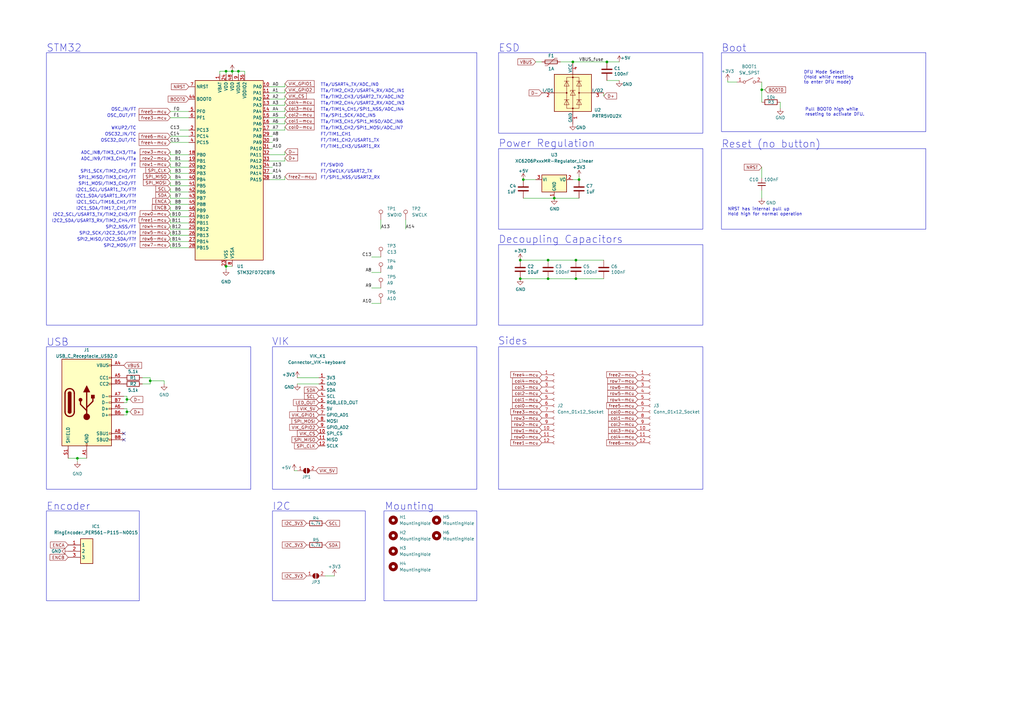
<source format=kicad_sch>
(kicad_sch (version 20231120) (generator "eeschema") (generator_version "8.0")
  (paper "A3")
  (lib_symbols
    (symbol "+5V_1" (power) (pin_names (offset 0))
      (property "Value" "+5V_1" (at 0 3.556 0))
      (symbol "+5V_1_1_1"
        (pin power_in line (at 0 0 90) (length 0) hide (name "+5V") (number "1"))
      )
    )
    (symbol "Connector:Conn_01x12_Socket" (pin_names (offset 1.016) hide)
      (property "Reference" "J" (at 0 15.24 0))
      (property "Value" "Conn_01x12_Socket" (at 0 -17.78 0))
      (symbol "Conn_01x12_Socket_1_1"
        (pin passive line (at -5.08 12.7 0) (length 3.81) (name "Pin_1") (number "1"))
        (pin passive line (at -5.08 -10.16 0) (length 3.81) (name "Pin_10") (number "10"))
        (pin passive line (at -5.08 -12.7 0) (length 3.81) (name "Pin_11") (number "11"))
        (pin passive line (at -5.08 -15.24 0) (length 3.81) (name "Pin_12") (number "12"))
        (pin passive line (at -5.08 10.16 0) (length 3.81) (name "Pin_2") (number "2"))
        (pin passive line (at -5.08 7.62 0) (length 3.81) (name "Pin_3") (number "3"))
        (pin passive line (at -5.08 5.08 0) (length 3.81) (name "Pin_4") (number "4"))
        (pin passive line (at -5.08 2.54 0) (length 3.81) (name "Pin_5") (number "5"))
        (pin passive line (at -5.08 0 0) (length 3.81) (name "Pin_6") (number "6"))
        (pin passive line (at -5.08 -2.54 0) (length 3.81) (name "Pin_7") (number "7"))
        (pin passive line (at -5.08 -5.08 0) (length 3.81) (name "Pin_8") (number "8"))
        (pin passive line (at -5.08 -7.62 0) (length 3.81) (name "Pin_9") (number "9"))
      )
    )
    (symbol "Connector:TestPoint" (pin_numbers hide) (pin_names (offset 0.762) hide)
      (property "Reference" "TP" (at 0 6.858 0))
      (property "Value" "TestPoint" (at 0 5.08 0))
      (symbol "TestPoint_1_1"
        (pin passive line (at 0 0 90) (length 2.54) (name "1") (number "1"))
      )
    )
    (symbol "Connector:USB_C_Receptacle_USB2.0" (pin_names (offset 1.016))
      (property "Reference" "J" (at -10.16 19.05 0))
      (property "Value" "USB_C_Receptacle_USB2.0" (at 19.05 19.05 0))
      (symbol "USB_C_Receptacle_USB2.0_1_1"
        (pin passive line (at 0 -22.86 90) (length 5.08) (name "GND") (number "A1"))
        (pin passive line (at 0 -22.86 90) (length 5.08) hide (name "GND") (number "A12"))
        (pin passive line (at 15.24 15.24 180) (length 5.08) (name "VBUS") (number "A4"))
        (pin bidirectional line (at 15.24 10.16 180) (length 5.08) (name "CC1") (number "A5"))
        (pin bidirectional line (at 15.24 -2.54 180) (length 5.08) (name "D+") (number "A6"))
        (pin bidirectional line (at 15.24 2.54 180) (length 5.08) (name "D-") (number "A7"))
        (pin bidirectional line (at 15.24 -12.7 180) (length 5.08) (name "SBU1") (number "A8"))
        (pin passive line (at 15.24 15.24 180) (length 5.08) hide (name "VBUS") (number "A9"))
        (pin passive line (at 0 -22.86 90) (length 5.08) hide (name "GND") (number "B1"))
        (pin passive line (at 0 -22.86 90) (length 5.08) hide (name "GND") (number "B12"))
        (pin passive line (at 15.24 15.24 180) (length 5.08) hide (name "VBUS") (number "B4"))
        (pin bidirectional line (at 15.24 7.62 180) (length 5.08) (name "CC2") (number "B5"))
        (pin bidirectional line (at 15.24 -5.08 180) (length 5.08) (name "D+") (number "B6"))
        (pin bidirectional line (at 15.24 0 180) (length 5.08) (name "D-") (number "B7"))
        (pin bidirectional line (at 15.24 -15.24 180) (length 5.08) (name "SBU2") (number "B8"))
        (pin passive line (at 15.24 15.24 180) (length 5.08) hide (name "VBUS") (number "B9"))
        (pin passive line (at -7.62 -22.86 90) (length 5.08) (name "SHIELD") (number "S1"))
      )
    )
    (symbol "Device:C" (pin_numbers hide) (pin_names (offset 0.254))
      (property "Reference" "C" (at 0.635 2.54 0))
      (property "Value" "C" (at 0.635 -2.54 0))
      (symbol "C_1_1"
        (pin passive line (at 0 3.81 270) (length 2.794) (name "~") (number "1"))
        (pin passive line (at 0 -3.81 90) (length 2.794) (name "~") (number "2"))
      )
    )
    (symbol "Device:C_Small" (pin_numbers hide) (pin_names (offset 0.254) hide)
      (property "Reference" "C" (at 0.254 1.778 0))
      (property "Value" "C_Small" (at 0.254 -2.032 0))
      (symbol "C_Small_1_1"
        (pin passive line (at 0 2.54 270) (length 2.032) (name "~") (number "1"))
        (pin passive line (at 0 -2.54 90) (length 2.032) (name "~") (number "2"))
      )
    )
    (symbol "Device:Polyfuse" (pin_numbers hide) (pin_names (offset 0))
      (property "Reference" "F" (at -2.54 0 90))
      (property "Value" "Polyfuse" (at 2.54 0 90))
      (symbol "Polyfuse_1_1"
        (pin passive line (at 0 3.81 270) (length 1.27) (name "~") (number "1"))
        (pin passive line (at 0 -3.81 90) (length 1.27) (name "~") (number "2"))
      )
    )
    (symbol "Device:R" (pin_numbers hide) (pin_names (offset 0))
      (property "Reference" "R" (at 2.032 0 90))
      (property "Value" "R" (at 0 0 90))
      (symbol "R_1_1"
        (pin passive line (at 0 3.81 270) (length 1.27) (name "~") (number "1"))
        (pin passive line (at 0 -3.81 90) (length 1.27) (name "~") (number "2"))
      )
    )
    (symbol "Jumper:SolderJumper_2_Open" (pin_names (offset 0) hide)
      (property "Reference" "JP" (at 0 2.032 0))
      (property "Value" "SolderJumper_2_Open" (at 0 -2.54 0))
      (symbol "SolderJumper_2_Open_1_1"
        (pin passive line (at -3.81 0 0) (length 2.54) (name "A") (number "1"))
        (pin passive line (at 3.81 0 180) (length 2.54) (name "B") (number "2"))
      )
    )
    (symbol "MCU_ST_STM32F0:STM32F072CBTx"
      (property "Reference" "U" (at -12.7 39.37 0))
      (property "Value" "STM32F072CBTx" (at 10.16 39.37 0))
      (symbol "STM32F072CBTx_1_1"
        (pin power_in line (at -2.54 40.64 270) (length 2.54) (name "VBAT") (number "1"))
        (pin bidirectional line (at 17.78 35.56 180) (length 2.54) (name "PA0") (number "10"))
        (pin bidirectional line (at 17.78 33.02 180) (length 2.54) (name "PA1") (number "11"))
        (pin bidirectional line (at 17.78 30.48 180) (length 2.54) (name "PA2") (number "12"))
        (pin bidirectional line (at 17.78 27.94 180) (length 2.54) (name "PA3") (number "13"))
        (pin bidirectional line (at 17.78 25.4 180) (length 2.54) (name "PA4") (number "14"))
        (pin bidirectional line (at 17.78 22.86 180) (length 2.54) (name "PA5") (number "15"))
        (pin bidirectional line (at 17.78 20.32 180) (length 2.54) (name "PA6") (number "16"))
        (pin bidirectional line (at 17.78 17.78 180) (length 2.54) (name "PA7") (number "17"))
        (pin bidirectional line (at -15.24 7.62 0) (length 2.54) (name "PB0") (number "18"))
        (pin bidirectional line (at -15.24 5.08 0) (length 2.54) (name "PB1") (number "19"))
        (pin bidirectional line (at -15.24 17.78 0) (length 2.54) (name "PC13") (number "2"))
        (pin bidirectional line (at -15.24 2.54 0) (length 2.54) (name "PB2") (number "20"))
        (pin bidirectional line (at -15.24 -17.78 0) (length 2.54) (name "PB10") (number "21"))
        (pin bidirectional line (at -15.24 -20.32 0) (length 2.54) (name "PB11") (number "22"))
        (pin power_in line (at 0 -38.1 90) (length 2.54) (name "VSS") (number "23"))
        (pin power_in line (at 0 40.64 270) (length 2.54) (name "VDD") (number "24"))
        (pin bidirectional line (at -15.24 -22.86 0) (length 2.54) (name "PB12") (number "25"))
        (pin bidirectional line (at -15.24 -25.4 0) (length 2.54) (name "PB13") (number "26"))
        (pin bidirectional line (at -15.24 -27.94 0) (length 2.54) (name "PB14") (number "27"))
        (pin bidirectional line (at -15.24 -30.48 0) (length 2.54) (name "PB15") (number "28"))
        (pin bidirectional line (at 17.78 15.24 180) (length 2.54) (name "PA8") (number "29"))
        (pin bidirectional line (at -15.24 15.24 0) (length 2.54) (name "PC14") (number "3"))
        (pin bidirectional line (at 17.78 12.7 180) (length 2.54) (name "PA9") (number "30"))
        (pin bidirectional line (at 17.78 10.16 180) (length 2.54) (name "PA10") (number "31"))
        (pin bidirectional line (at 17.78 7.62 180) (length 2.54) (name "PA11") (number "32"))
        (pin bidirectional line (at 17.78 5.08 180) (length 2.54) (name "PA12") (number "33"))
        (pin bidirectional line (at 17.78 2.54 180) (length 2.54) (name "PA13") (number "34"))
        (pin passive line (at 0 -38.1 90) (length 2.54) hide (name "VSS") (number "35"))
        (pin power_in line (at 7.62 40.64 270) (length 2.54) (name "VDDIO2") (number "36"))
        (pin bidirectional line (at 17.78 0 180) (length 2.54) (name "PA14") (number "37"))
        (pin bidirectional line (at 17.78 -2.54 180) (length 2.54) (name "PA15") (number "38"))
        (pin bidirectional line (at -15.24 0 0) (length 2.54) (name "PB3") (number "39"))
        (pin bidirectional line (at -15.24 12.7 0) (length 2.54) (name "PC15") (number "4"))
        (pin bidirectional line (at -15.24 -2.54 0) (length 2.54) (name "PB4") (number "40"))
        (pin bidirectional line (at -15.24 -5.08 0) (length 2.54) (name "PB5") (number "41"))
        (pin bidirectional line (at -15.24 -7.62 0) (length 2.54) (name "PB6") (number "42"))
        (pin bidirectional line (at -15.24 -10.16 0) (length 2.54) (name "PB7") (number "43"))
        (pin input line (at -15.24 30.48 0) (length 2.54) (name "BOOT0") (number "44"))
        (pin bidirectional line (at -15.24 -12.7 0) (length 2.54) (name "PB8") (number "45"))
        (pin bidirectional line (at -15.24 -15.24 0) (length 2.54) (name "PB9") (number "46"))
        (pin passive line (at 0 -38.1 90) (length 2.54) hide (name "VSS") (number "47"))
        (pin power_in line (at 2.54 40.64 270) (length 2.54) (name "VDD") (number "48"))
        (pin bidirectional line (at -15.24 25.4 0) (length 2.54) (name "PF0") (number "5"))
        (pin bidirectional line (at -15.24 22.86 0) (length 2.54) (name "PF1") (number "6"))
        (pin input line (at -15.24 35.56 0) (length 2.54) (name "NRST") (number "7"))
        (pin power_in line (at 2.54 -38.1 90) (length 2.54) (name "VSSA") (number "8"))
        (pin power_in line (at 5.08 40.64 270) (length 2.54) (name "VDDA") (number "9"))
      )
    )
    (symbol "Mechanical:MountingHole" (pin_names (offset 1.016))
      (property "Reference" "H" (at 0 5.08 0))
      (property "Value" "MountingHole" (at 0 3.175 0))
    )
    (symbol "Power_Protection:PRTR5V0U2X" (pin_names (offset 0))
      (property "Reference" "D" (at 2.794 8.636 0))
      (property "Value" "PRTR5V0U2X" (at 8.128 -9.398 0))
      (symbol "PRTR5V0U2X_1_1"
        (pin passive line (at 0 -12.7 90) (length 5.08) (name "GND") (number "1"))
        (pin passive line (at -12.7 0 0) (length 5.08) (name "I/O1") (number "2"))
        (pin passive line (at 12.7 0 180) (length 5.08) (name "I/O2") (number "3"))
        (pin passive line (at 0 12.7 270) (length 5.08) (name "VCC") (number "4"))
      )
    )
    (symbol "Switch:SW_SPST" (pin_names (offset 0) hide)
      (property "Reference" "SW" (at 0 3.175 0))
      (property "Value" "SW_SPST" (at 0 -2.54 0))
      (symbol "SW_SPST_1_1"
        (pin passive line (at -5.08 0 0) (length 2.54) (name "A") (number "1"))
        (pin passive line (at 5.08 0 180) (length 2.54) (name "B") (number "2"))
      )
    )
    (symbol "kicad-keyboard-parts:XC6206PxxxMR-Regulator_Linear" (pin_names (offset 0.254))
      (property "Reference" "U" (at -3.81 3.175 0))
      (property "Value" "XC6206PxxxMR-Regulator_Linear" (at 0 3.175 0))
      (property "LCSC" "C5446" (at 0 0 0))
      (symbol "XC6206PxxxMR-Regulator_Linear_1_1"
        (pin power_in line (at 0 -7.62 90) (length 2.54) (name "GND") (number "1"))
        (pin power_out line (at 7.62 0 180) (length 2.54) (name "VO") (number "2"))
        (pin power_in line (at -7.62 0 0) (length 2.54) (name "VI") (number "3"))
      )
    )
    (symbol "power:+3V3" (power) (pin_names (offset 0))
      (property "Value" "+3V3" (at 0 3.556 0))
      (symbol "+3V3_1_1"
        (pin power_in line (at 0 0 90) (length 0) hide (name "+3V3") (number "1"))
      )
    )
    (symbol "power:+5V" (power) (pin_names (offset 0))
      (property "Value" "+5V" (at 0 3.556 0))
      (symbol "+5V_1_1"
        (pin power_in line (at 0 0 90) (length 0) hide (name "+5V") (number "1"))
      )
    )
    (symbol "power:GND" (power) (pin_names (offset 0))
      (property "Value" "GND" (at 0 -3.81 0))
      (symbol "GND_1_1"
        (pin power_in line (at 0 0 270) (length 0) hide (name "GND") (number "1"))
      )
    )
    (symbol "power:VCC" (power) (pin_names (offset 0))
      (property "Value" "VCC" (at 0 3.81 0))
      (symbol "VCC_1_1"
        (pin power_in line (at 0 0 90) (length 0) hide (name "VCC") (number "1"))
      )
    )
    (symbol "vik:vik-keyboard-connector"
      (property "Reference" "J" (at 0 17.78 0))
      (symbol "vik-keyboard-connector_1_1"
        (pin power_out line (at 0 13.97 0) (length 2.54) (name "3V3") (number "1"))
        (pin output line (at 0 -8.89 0) (length 2.54) (name "SPI_CS") (number "10"))
        (pin output line (at 0 -11.43 0) (length 2.54) (name "MISO") (number "11"))
        (pin output line (at 0 -13.97 0) (length 2.54) (name "SCLK") (number "12"))
        (pin power_out line (at 0 11.43 0) (length 2.54) (name "GND") (number "2"))
        (pin output line (at 0 8.89 0) (length 2.54) (name "SDA") (number "3"))
        (pin output line (at 0 6.35 0) (length 2.54) (name "SCL") (number "4"))
        (pin output line (at 0 3.81 0) (length 2.54) (name "RGB_LED_OUT") (number "5"))
        (pin power_out line (at 0 1.27 0) (length 2.54) (name "5V") (number "6"))
        (pin output line (at 0 -1.27 0) (length 2.54) (name "GPIO_AD1") (number "7"))
        (pin output line (at 0 -3.81 0) (length 2.54) (name "MOSI") (number "8"))
        (pin output line (at 0 -6.35 0) (length 2.54) (name "GPIO_AD2") (number "9"))
      )
    )
    (symbol "zzkeeb:RingEncoder_PER561-P115-N0015"
      (property "Reference" "IC" (at -0.254 6.35 0))
      (property "Value" "RingEncoder_PER561-P115-N0015" (at -12.446 4.572 0))
      (symbol "RingEncoder_PER561-P115-N0015_1_1"
        (pin passive line (at 0 0 0) (length 5.08) (name "1") (number "1"))
        (pin passive line (at 0 -2.54 0) (length 5.08) (name "2") (number "2"))
        (pin passive line (at 0 -5.08 0) (length 5.08) (name "3") (number "3"))
      )
    )
  )
  (junction (at 224.79 114.3))
  (junction (at 312.42 36.83))
  (junction (at 92.71 29.21))
  (junction (at 227.33 81.28) (diameter 0.9144))
  (junction (at 61.595 156.21))
  (junction (at 52.07 168.91))
  (junction (at 95.25 29.21))
  (junction (at 248.92 25.4))
  (junction (at 214.63 73.66))
  (junction (at 92.71 109.22))
  (junction (at 236.22 114.3))
  (junction (at 237.49 73.66))
  (junction (at 234.95 25.4))
  (junction (at 213.36 114.3))
  (junction (at 97.79 29.21))
  (junction (at 236.22 106.68))
  (junction (at 213.36 106.68))
  (junction (at 224.79 106.68))
  (junction (at 31.75 187.96))
  (junction (at 52.07 163.83))
  (no_connect (at 50.8 180.34))
  (no_connect (at 50.8 177.8))
  (wire (pts (xy 110.49 43.18) (xy 116.84 43.18)))
  (wire (pts (xy 121.92 157.48) (xy 130.81 157.48)))
  (wire (pts (xy 69.85 73.66) (xy 77.47 73.66)))
  (wire (pts (xy 110.49 66.04) (xy 116.84 66.04)))
  (wire (pts (xy 67.31 156.21) (xy 67.31 157.48)))
  (wire (pts (xy 69.85 64.77) (xy 69.85 66.04)))
  (wire (pts (xy 69.85 85.09) (xy 69.85 86.36)))
  (wire (pts (xy 31.75 187.96) (xy 31.75 189.23)))
  (wire (pts (xy 69.85 91.44) (xy 77.47 91.44)))
  (wire (pts (xy 69.85 83.82) (xy 77.47 83.82)))
  (wire (pts (xy 69.85 90.17) (xy 69.85 91.44)))
  (wire (pts (xy 312.42 36.83) (xy 312.42 41.91)))
  (wire (pts (xy 69.85 71.12) (xy 77.47 71.12)))
  (wire (pts (xy 69.85 63.5) (xy 77.47 63.5)))
  (wire (pts (xy 100.33 29.21) (xy 100.33 30.48)))
  (wire (pts (xy 236.22 106.68) (xy 224.79 106.68)))
  (wire (pts (xy 69.85 87.63) (xy 69.85 88.9)))
  (wire (pts (xy 69.85 78.74) (xy 77.47 78.74)))
  (wire (pts (xy 110.49 53.34) (xy 116.84 53.34)))
  (wire (pts (xy 110.49 60.96) (xy 111.76 60.96)))
  (wire (pts (xy 61.595 156.21) (xy 61.595 154.94)))
  (wire (pts (xy 110.49 38.1) (xy 116.84 38.1)))
  (wire (pts (xy 116.84 53.34) (xy 116.84 52.07)))
  (wire (pts (xy 110.49 40.64) (xy 116.84 40.64)))
  (wire (pts (xy 312.42 36.83) (xy 313.69 36.83)))
  (wire (pts (xy 69.85 80.01) (xy 69.85 81.28)))
  (wire (pts (xy 58.42 154.94) (xy 61.595 154.94)))
  (wire (pts (xy 229.87 25.4) (xy 234.95 25.4)))
  (wire (pts (xy 52.07 163.83) (xy 52.07 165.1)))
  (wire (pts (xy 27.94 187.96) (xy 31.75 187.96)))
  (wire (pts (xy 116.84 34.29) (xy 116.84 35.56)))
  (wire (pts (xy 116.84 62.23) (xy 116.84 63.5)))
  (wire (pts (xy 69.85 76.2) (xy 77.47 76.2)))
  (wire (pts (xy 69.85 66.04) (xy 77.47 66.04)))
  (wire (pts (xy 52.07 162.56) (xy 52.07 163.83)))
  (wire (pts (xy 69.85 62.23) (xy 69.85 63.5)))
  (wire (pts (xy 236.22 114.3) (xy 224.79 114.3)))
  (wire (pts (xy 116.84 36.83) (xy 116.84 38.1)))
  (wire (pts (xy 97.79 29.21) (xy 100.33 29.21)))
  (wire (pts (xy 69.85 92.71) (xy 69.85 93.98)))
  (wire (pts (xy 152.4 118.11) (xy 156.21 118.11)))
  (wire (pts (xy 110.49 55.88) (xy 111.76 55.88)))
  (wire (pts (xy 137.16 236.22) (xy 133.35 236.22)))
  (wire (pts (xy 110.49 45.72) (xy 116.84 45.72)))
  (wire (pts (xy 92.71 110.49) (xy 92.71 109.22)))
  (wire (pts (xy 97.79 29.21) (xy 97.79 30.48)))
  (wire (pts (xy 110.49 58.42) (xy 111.76 58.42)))
  (wire (pts (xy 234.95 25.4) (xy 248.92 25.4)))
  (wire (pts (xy 95.25 29.21) (xy 95.25 30.48)))
  (wire (pts (xy 236.22 114.3) (xy 247.65 114.3)))
  (wire (pts (xy 69.85 93.98) (xy 77.47 93.98)))
  (wire (pts (xy 69.85 45.72) (xy 77.47 45.72)))
  (wire (pts (xy 227.33 81.28) (xy 214.63 81.28)))
  (wire (pts (xy 152.4 124.46) (xy 156.21 124.46)))
  (wire (pts (xy 69.85 48.26) (xy 77.47 48.26)))
  (wire (pts (xy 116.84 39.37) (xy 116.84 40.64)))
  (wire (pts (xy 116.84 46.99) (xy 116.84 48.26)))
  (wire (pts (xy 61.595 156.21) (xy 67.31 156.21)))
  (wire (pts (xy 69.85 69.85) (xy 69.85 71.12)))
  (wire (pts (xy 254 33.02) (xy 248.92 33.02)))
  (wire (pts (xy 116.84 50.8) (xy 116.84 49.53)))
  (wire (pts (xy 69.85 74.93) (xy 69.85 76.2)))
  (wire (pts (xy 69.85 95.25) (xy 69.85 96.52)))
  (wire (pts (xy 224.79 114.3) (xy 213.36 114.3)))
  (wire (pts (xy 237.49 72.39) (xy 237.49 73.66)))
  (wire (pts (xy 50.8 170.18) (xy 52.07 170.18)))
  (wire (pts (xy 111.76 71.12) (xy 110.49 71.12)))
  (wire (pts (xy 110.49 63.5) (xy 116.84 63.5)))
  (wire (pts (xy 166.37 90.17) (xy 166.37 93.98)))
  (wire (pts (xy 52.07 170.18) (xy 52.07 168.91)))
  (wire (pts (xy 234.95 73.66) (xy 237.49 73.66)))
  (wire (pts (xy 227.33 81.28) (xy 237.49 81.28)))
  (wire (pts (xy 312.42 68.58) (xy 312.42 73.025)))
  (wire (pts (xy 69.85 101.6) (xy 77.47 101.6)))
  (wire (pts (xy 214.63 73.66) (xy 219.71 73.66)))
  (wire (pts (xy 50.8 167.64) (xy 52.07 167.64)))
  (wire (pts (xy 116.84 72.39) (xy 116.84 73.66)))
  (wire (pts (xy 320.04 41.91) (xy 320.04 44.45)))
  (wire (pts (xy 92.71 29.21) (xy 92.71 30.48)))
  (wire (pts (xy 69.85 88.9) (xy 77.47 88.9)))
  (wire (pts (xy 69.85 97.79) (xy 69.85 99.06)))
  (wire (pts (xy 110.49 73.66) (xy 116.84 73.66)))
  (wire (pts (xy 116.84 44.45) (xy 116.84 45.72)))
  (wire (pts (xy 121.92 154.94) (xy 130.81 154.94)))
  (wire (pts (xy 236.22 106.68) (xy 247.65 106.68)))
  (wire (pts (xy 156.21 90.17) (xy 156.21 93.98)))
  (wire (pts (xy 69.85 100.33) (xy 69.85 101.6)))
  (wire (pts (xy 111.76 68.58) (xy 110.49 68.58)))
  (wire (pts (xy 69.85 72.39) (xy 69.85 73.66)))
  (wire (pts (xy 302.26 33.655) (xy 298.45 33.655)))
  (wire (pts (xy 116.84 64.77) (xy 116.84 66.04)))
  (wire (pts (xy 73.66 53.34) (xy 77.47 53.34)))
  (wire (pts (xy 110.49 48.26) (xy 116.84 48.26)))
  (wire (pts (xy 152.4 111.76) (xy 156.21 111.76)))
  (wire (pts (xy 69.85 67.31) (xy 69.85 68.58)))
  (wire (pts (xy 69.85 77.47) (xy 69.85 78.74)))
  (wire (pts (xy 298.45 33.655) (xy 298.45 33.02)))
  (wire (pts (xy 219.71 25.4) (xy 222.25 25.4)))
  (wire (pts (xy 92.71 29.21) (xy 95.25 29.21)))
  (wire (pts (xy 31.75 187.96) (xy 35.56 187.96)))
  (wire (pts (xy 50.8 162.56) (xy 52.07 162.56)))
  (wire (pts (xy 52.07 167.64) (xy 52.07 168.91)))
  (wire (pts (xy 224.79 106.68) (xy 213.36 106.68)))
  (wire (pts (xy 110.49 50.8) (xy 116.84 50.8)))
  (wire (pts (xy 69.85 58.42) (xy 77.47 58.42)))
  (wire (pts (xy 69.85 96.52) (xy 77.47 96.52)))
  (wire (pts (xy 248.92 25.4) (xy 254 25.4)))
  (wire (pts (xy 69.85 82.55) (xy 69.85 83.82)))
  (wire (pts (xy 92.71 109.22) (xy 95.25 109.22)))
  (wire (pts (xy 52.07 168.91) (xy 53.34 168.91)))
  (wire (pts (xy 312.42 78.105) (xy 312.42 81.28)))
  (wire (pts (xy 69.85 68.58) (xy 77.47 68.58)))
  (wire (pts (xy 97.79 29.21) (xy 95.25 29.21)))
  (wire (pts (xy 69.85 81.28) (xy 77.47 81.28)))
  (wire (pts (xy 110.49 35.56) (xy 116.84 35.56)))
  (wire (pts (xy 152.4 105.41) (xy 156.21 105.41)))
  (wire (pts (xy 120.65 193.04) (xy 121.92 193.04)))
  (wire (pts (xy 90.17 29.21) (xy 92.71 29.21)))
  (wire (pts (xy 312.42 33.655) (xy 312.42 36.83)))
  (wire (pts (xy 69.85 99.06) (xy 77.47 99.06)))
  (wire (pts (xy 58.42 157.48) (xy 61.595 157.48)))
  (wire (pts (xy 247.65 38.1) (xy 247.65 39.37)))
  (wire (pts (xy 116.84 41.91) (xy 116.84 43.18)))
  (wire (pts (xy 61.595 157.48) (xy 61.595 156.21)))
  (wire (pts (xy 90.17 29.21) (xy 90.17 30.48)))
  (wire (pts (xy 69.85 86.36) (xy 77.47 86.36)))
  (wire (pts (xy 52.07 163.83) (xy 53.34 163.83)))
  (wire (pts (xy 69.85 55.88) (xy 77.47 55.88)))
  (wire (pts (xy 50.8 165.1) (xy 52.07 165.1)))
  (rectangle (start 111.76 142.24) (end 195.58 200.66))
  (rectangle (start 157.48 209.55) (end 195.58 246.38))
  (rectangle (start 295.91 21.59) (end 379.73 53.975))
  (rectangle (start 204.47 100.33) (end 288.29 133.35))
  (rectangle (start 204.47 21.59) (end 288.29 54.61))
  (rectangle (start 19.05 21.59) (end 195.58 133.35))
  (rectangle (start 295.91 60.96) (end 379.73 93.98))
  (rectangle (start 204.47 142.24) (end 288.29 200.66))
  (rectangle (start 111.76 209.55) (end 149.86 246.38))
  (rectangle (start 19.05 209.55) (end 57.15 246.38))
  (rectangle (start 204.47 60.96) (end 288.29 93.98))
  (rectangle (start 19.05 142.24) (end 102.87 200.66))
  (text "I2C" (at 111.76 209.55 0) (effects (font (size 3 3)) (justify left bottom)))
  (text "TTa/TIM2_CH2/USART4_RX/ADC_IN1" (at 131.445 38.1 0) (effects (font (size 1.27 1.27)) (justify left bottom)))
  (text "USB" (at 19.05 142.24 0) (effects (font (size 3 3)) (justify left bottom)))
  (text "SPI2_MISO/I2C2_SDA/FTf" (at 55.88 99.06 0) (effects (font (size 1.27 1.27)) (justify right bottom)))
  (text "TTa/TIM2_CH4/USART2_RX/ADC_IN3" (at 131.445 43.18 0) (effects (font (size 1.27 1.27)) (justify left bottom)))
  (text "I2C1_SCL/USART1_TX/FTf" (at 55.88 78.74 0) (effects (font (size 1.27 1.27)) (justify right bottom)))
  (text "TTa/TIM14_CH1/SPI1_NSS/ADC_IN4" (at 131.445 45.72 0) (effects (font (size 1.27 1.27)) (justify left bottom)))
  (text "Boot" (at 295.91 21.59 0) (effects (font (size 3 3)) (justify left bottom)))
  (text "SPI2_NSS/FT" (at 55.88 93.98 0) (effects (font (size 1.27 1.27)) (justify right bottom)))
  (text "TTa/TIM2_CH3/USART2_TX/ADC_IN2" (at 131.445 40.64 0) (effects (font (size 1.27 1.27)) (justify left bottom)))
  (text "OSC_OUT/FT" (at 55.88 48.26 0) (effects (font (size 1.27 1.27)) (justify right bottom)))
  (text "ADC_IN8/TIM3_CH3/TTa" (at 55.88 63.5 0) (effects (font (size 1.27 1.27)) (justify right bottom)))
  (text "WKUP2/TC" (at 55.88 53.34 0) (effects (font (size 1.27 1.27)) (justify right bottom)))
  (text "NRST has internal pull up\nHold high for normal operation" (at 298.45 88.646 0) (effects (font (size 1.27 1.27)) (justify left bottom)))
  (text "DFU Mode Select\n(Hold while resetting\nto enter DFU mode)" (at 329.692 34.544 0) (effects (font (size 1.27 1.27)) (justify left bottom)))
  (text "FT/TIM1_CH2/USART1_TX" (at 131.445 58.42 0) (effects (font (size 1.27 1.27)) (justify left bottom)))
  (text "TTa/TIM3_CH1/SPI1_MISO/ADC_IN6" (at 131.445 50.8 0) (effects (font (size 1.27 1.27)) (justify left bottom)))
  (text "I2C1_SDA/TIM17_CH1/FTf" (at 55.88 86.36 0) (effects (font (size 1.27 1.27)) (justify right bottom)))
  (text "FT/TIM1_CH1" (at 131.445 55.88 0) (effects (font (size 1.27 1.27)) (justify left bottom)))
  (text "TTa/TIM3_CH2/SPI1_MOSI/ADC_IN7" (at 131.445 53.34 0) (effects (font (size 1.27 1.27)) (justify left bottom)))
  (text "Reset (no button)" (at 295.91 60.96 0) (effects (font (size 3 3)) (justify left bottom)))
  (text "SPI1_SCK/TIM2_CH2/FT" (at 55.88 71.12 0) (effects (font (size 1.27 1.27)) (justify right bottom)))
  (text "Encoder" (at 19.05 209.55 0) (effects (font (size 3 3)) (justify left bottom)))
  (text "Power Regulation" (at 204.47 60.706 0) (effects (font (size 3 3)) (justify left bottom)))
  (text "I2C2_SDA/USART3_RX/TIM2_CH4/FT" (at 55.88 91.44 0) (effects (font (size 1.27 1.27)) (justify right bottom)))
  (text "OSC32_OUT/TC" (at 55.88 58.42 0) (effects (font (size 1.27 1.27)) (justify right bottom)))
  (text "OSC32_IN/TC" (at 55.88 55.88 0) (effects (font (size 1.27 1.27)) (justify right bottom)))
  (text "SPI1_MOSI/TIM3_CH2/FT" (at 55.88 76.2 0) (effects (font (size 1.27 1.27)) (justify right bottom)))
  (text "Sides" (at 204.216 141.732 0) (effects (font (size 3 3)) (justify left bottom)))
  (text "FT/SWDIO" (at 131.445 68.58 0) (effects (font (size 1.27 1.27)) (justify left bottom)))
  (text "FT/SWCLK/USART2_TX" (at 131.445 71.12 0) (effects (font (size 1.27 1.27)) (justify left bottom)))
  (text "TTa/SPI1_SCK/ADC_IN5" (at 131.445 48.26 0) (effects (font (size 1.27 1.27)) (justify left bottom)))
  (text "VIK" (at 111.506 141.986 0) (effects (font (size 3 3)) (justify left bottom)))
  (text "I2C2_SCL/USART3_TX/TIM2_CH3/FT" (at 55.88 88.9 0) (effects (font (size 1.27 1.27)) (justify right bottom)))
  (text "SPI1_MISO/TIM3_CH1/FT" (at 55.88 73.66 0) (effects (font (size 1.27 1.27)) (justify right bottom)))
  (text "FT" (at 55.88 68.58 0) (effects (font (size 1.27 1.27)) (justify right bottom)))
  (text "FT/SPI1_NSS/USART2_RX" (at 131.445 73.66 0) (effects (font (size 1.27 1.27)) (justify left bottom)))
  (text "SPI2_SCK/I2C2_SCL/FTf" (at 55.88 96.52 0) (effects (font (size 1.27 1.27)) (justify right bottom)))
  (text "SPI2_MOSI/FT" (at 55.88 101.6 0) (effects (font (size 1.27 1.27)) (justify right bottom)))
  (text "OSC_IN/FT" (at 55.88 45.72 0) (effects (font (size 1.27 1.27)) (justify right bottom)))
  (text "ESD" (at 204.47 21.59 0) (effects (font (size 3 3)) (justify left bottom)))
  (text "Decoupling Capacitors" (at 204.47 100.076 0) (effects (font (size 3 3)) (justify left bottom)))
  (text "Mounting" (at 157.734 209.55 0) (effects (font (size 3 3)) (justify left bottom)))
  (text "STM32" (at 19.05 21.59 0) (effects (font (size 3 3)) (justify left bottom)))
  (text "FT/TIM1_CH3/USART1_RX" (at 131.445 60.96 0) (effects (font (size 1.27 1.27)) (justify left bottom)))
  (text "Pull BOOT0 high while \nreseting to activate DFU." (at 330.2 47.752 0) (effects (font (size 1.27 1.27)) (justify left bottom)))
  (text "I2C1_SDA/USART1_RX/FTf" (at 55.88 81.28 0) (effects (font (size 1.27 1.27)) (justify right bottom)))
  (text "ADC_IN9/TIM3_CH4/TTa" (at 55.88 66.04 0) (effects (font (size 1.27 1.27)) (justify right bottom)))
  (text "TTa/USART4_TX/ADC_IN0" (at 131.445 35.56 0) (effects (font (size 1.27 1.27)) (justify left bottom)))
  (text "I2C1_SCL/TIM16_CH1/FTf" (at 55.88 83.82 0) (effects (font (size 1.27 1.27)) (justify right bottom)))
  (label "A6" (at 111.76 50.8 0))
  (label "C15" (at 73.66 58.42 180))
  (label "A10" (at 111.76 60.96 0))
  (label "B4" (at 74.295 73.66 180))
  (label "B11" (at 74.295 91.44 180))
  (label "B9" (at 74.295 86.36 180))
  (label "B13" (at 74.295 96.52 180))
  (label "A8" (at 111.76 55.88 0))
  (label "C13" (at 152.4 105.41 180))
  (label "B15" (at 74.295 101.6 180))
  (label "B10" (at 74.295 88.9 180))
  (label "B8" (at 74.295 83.82 180))
  (label "F1" (at 73.66 48.26 180))
  (label "B3" (at 74.295 71.12 180))
  (label "VBUS_fuse" (at 237.49 25.4 0))
  (label "B12" (at 74.295 93.98 180))
  (label "B0" (at 74.295 63.5 180))
  (label "B2" (at 74.295 68.58 180))
  (label "A2" (at 111.76 40.64 0))
  (label "A14" (at 166.37 93.98 0))
  (label "A1" (at 111.76 38.1 0))
  (label "A15" (at 111.76 73.66 0))
  (label "B5" (at 74.295 76.2 180))
  (label "A9" (at 111.76 58.42 0))
  (label "C14" (at 73.66 55.88 180))
  (label "A0" (at 111.76 35.56 0))
  (label "A8" (at 152.4 111.76 180))
  (label "B6" (at 74.295 78.74 180))
  (label "A7" (at 111.76 53.34 0))
  (label "C13" (at 73.66 53.34 180))
  (label "A13" (at 156.21 93.98 0))
  (label "A9" (at 152.4 118.11 180))
  (label "A5" (at 111.76 48.26 0))
  (label "B14" (at 74.295 99.06 180))
  (label "A14" (at 111.76 71.12 0))
  (label "A4" (at 111.76 45.72 0))
  (label "F0" (at 73.66 45.72 180))
  (label "A13" (at 111.76 68.58 0))
  (label "B7" (at 74.295 81.28 180))
  (label "B1" (at 74.295 66.04 180))
  (label "A10" (at 152.4 124.46 180))
  (label "A3" (at 111.76 43.18 0))
  (global_label "D+" (shape input) (at 53.34 168.91 0) (property "Intersheetrefs" "${INTERSHEET_REFS}" (effects (hide yes))))
  (global_label "VBUS" (shape input) (at 219.71 25.4 180) (property "Intersheetrefs" "${INTERSHEET_REFS}" (effects (hide yes))))
  (global_label "free6-mcu" (shape input) (at 69.85 55.88 180) (property "Intersheetrefs" "${INTERSHEET_REFS}" (effects (hide yes))))
  (global_label "D+" (shape input) (at 116.84 64.77 0) (property "Intersheetrefs" "${INTERSHEET_REFS}" (effects (hide yes))))
  (global_label "col2-mcu" (shape input) (at 222.25 161.29 180) (property "Intersheetrefs" "${INTERSHEET_REFS}" (effects (hide yes))))
  (global_label "row0-mcu" (shape input) (at 222.25 179.07 180) (property "Intersheetrefs" "${INTERSHEET_REFS}" (effects (hide yes))))
  (global_label "row5-mcu" (shape input) (at 69.85 95.25 180) (property "Intersheetrefs" "${INTERSHEET_REFS}" (effects (hide yes))))
  (global_label "col3-mcu" (shape input) (at 116.84 44.45 0) (property "Intersheetrefs" "${INTERSHEET_REFS}" (effects (hide yes))))
  (global_label "D-" (shape input) (at 222.25 38.1 180) (property "Intersheetrefs" "${INTERSHEET_REFS}" (effects (hide yes))))
  (global_label "col4-mcu" (shape input) (at 261.62 179.07 180) (property "Intersheetrefs" "${INTERSHEET_REFS}" (effects (hide yes))))
  (global_label "SCL" (shape input) (at 69.85 77.47 180) (property "Intersheetrefs" "${INTERSHEET_REFS}" (effects (hide yes))))
  (global_label "ENCA" (shape input) (at 69.85 82.55 180) (property "Intersheetrefs" "${INTERSHEET_REFS}" (effects (hide yes))))
  (global_label "col4-mcu" (shape input) (at 222.25 156.21 180) (property "Intersheetrefs" "${INTERSHEET_REFS}" (effects (hide yes))))
  (global_label "VIK_GPIO1" (shape input) (at 116.84 34.29 0) (property "Intersheetrefs" "${INTERSHEET_REFS}" (effects (hide yes))))
  (global_label "col0-mcu" (shape input) (at 222.25 166.37 180) (property "Intersheetrefs" "${INTERSHEET_REFS}" (effects (hide yes))))
  (global_label "VBUS" (shape input) (at 50.8 149.86 0) (property "Intersheetrefs" "${INTERSHEET_REFS}" (effects (hide yes))))
  (global_label "VIK_CS" (shape input) (at 116.84 39.37 0) (property "Intersheetrefs" "${INTERSHEET_REFS}" (effects (hide yes))))
  (global_label "SPI_MOSI" (shape input) (at 130.81 172.72 180) (property "Intersheetrefs" "${INTERSHEET_REFS}" (effects (hide yes))))
  (global_label "BOOT0" (shape input) (at 313.69 36.83 0) (property "Intersheetrefs" "${INTERSHEET_REFS}" (effects (hide yes))))
  (global_label "row7-mcu" (shape input) (at 261.62 156.21 180) (property "Intersheetrefs" "${INTERSHEET_REFS}" (effects (hide yes))))
  (global_label "SDA" (shape input) (at 130.81 160.02 180) (property "Intersheetrefs" "${INTERSHEET_REFS}" (effects (hide yes))))
  (global_label "free5-mcu" (shape input) (at 69.85 45.72 180) (property "Intersheetrefs" "${INTERSHEET_REFS}" (effects (hide yes))))
  (global_label "row6-mcu" (shape input) (at 69.85 97.79 180) (property "Intersheetrefs" "${INTERSHEET_REFS}" (effects (hide yes))))
  (global_label "I2C_3V3" (shape input) (at 125.73 214.63 180) (property "Intersheetrefs" "${INTERSHEET_REFS}" (effects (hide yes))))
  (global_label "free3-mcu" (shape input) (at 69.85 48.26 180) (property "Intersheetrefs" "${INTERSHEET_REFS}" (effects (hide yes))))
  (global_label "VIK_GPIO2" (shape input) (at 130.81 175.26 180) (property "Intersheetrefs" "${INTERSHEET_REFS}" (effects (hide yes))))
  (global_label "col4-mcu" (shape input) (at 116.84 41.91 0) (property "Intersheetrefs" "${INTERSHEET_REFS}" (effects (hide yes))))
  (global_label "row2-mcu" (shape input) (at 222.25 173.99 180) (property "Intersheetrefs" "${INTERSHEET_REFS}" (effects (hide yes))))
  (global_label "BOOT0" (shape input) (at 77.47 40.64 180) (property "Intersheetrefs" "${INTERSHEET_REFS}" (effects (hide yes))))
  (global_label "ENCB" (shape input) (at 69.85 85.09 180) (property "Intersheetrefs" "${INTERSHEET_REFS}" (effects (hide yes))))
  (global_label "row4-mcu" (shape input) (at 261.62 163.83 180) (property "Intersheetrefs" "${INTERSHEET_REFS}" (effects (hide yes))))
  (global_label "SPI_MOSI" (shape input) (at 69.85 74.93 180) (property "Intersheetrefs" "${INTERSHEET_REFS}" (effects (hide yes))))
  (global_label "row2-mcu" (shape input) (at 69.85 64.77 180) (property "Intersheetrefs" "${INTERSHEET_REFS}" (effects (hide yes))))
  (global_label "col0-mcu" (shape input) (at 261.62 168.91 180) (property "Intersheetrefs" "${INTERSHEET_REFS}" (effects (hide yes))))
  (global_label "row1-mcu" (shape input) (at 69.85 67.31 180) (property "Intersheetrefs" "${INTERSHEET_REFS}" (effects (hide yes))))
  (global_label "free4-mcu" (shape input) (at 69.85 58.42 180) (property "Intersheetrefs" "${INTERSHEET_REFS}" (effects (hide yes))))
  (global_label "NRST" (shape input) (at 77.47 35.56 180) (property "Intersheetrefs" "${INTERSHEET_REFS}" (effects (hide yes))))
  (global_label "col1-mcu" (shape input) (at 261.62 171.45 180) (property "Intersheetrefs" "${INTERSHEET_REFS}" (effects (hide yes))))
  (global_label "row7-mcu" (shape input) (at 69.85 100.33 180) (property "Intersheetrefs" "${INTERSHEET_REFS}" (effects (hide yes))))
  (global_label "free1-mcu" (shape input) (at 69.85 90.17 180) (property "Intersheetrefs" "${INTERSHEET_REFS}" (effects (hide yes))))
  (global_label "VIK_5V" (shape input) (at 130.81 167.64 180) (property "Intersheetrefs" "${INTERSHEET_REFS}" (effects (hide yes))))
  (global_label "free1-mcu" (shape input) (at 222.25 181.61 180) (property "Intersheetrefs" "${INTERSHEET_REFS}" (effects (hide yes))))
  (global_label "free4-mcu" (shape input) (at 222.25 153.67 180) (property "Intersheetrefs" "${INTERSHEET_REFS}" (effects (hide yes))))
  (global_label "row0-mcu" (shape input) (at 69.85 87.63 180) (property "Intersheetrefs" "${INTERSHEET_REFS}" (effects (hide yes))))
  (global_label "SPI_MISO" (shape input) (at 130.81 180.34 180) (property "Intersheetrefs" "${INTERSHEET_REFS}" (effects (hide yes))))
  (global_label "free2-mcu" (shape input) (at 116.84 72.39 0) (property "Intersheetrefs" "${INTERSHEET_REFS}" (effects (hide yes))))
  (global_label "row1-mcu" (shape input) (at 222.25 176.53 180) (property "Intersheetrefs" "${INTERSHEET_REFS}" (effects (hide yes))))
  (global_label "I2C_3V3" (shape input) (at 125.73 236.22 180) (property "Intersheetrefs" "${INTERSHEET_REFS}" (effects (hide yes))))
  (global_label "free3-mcu" (shape input) (at 222.25 168.91 180) (property "Intersheetrefs" "${INTERSHEET_REFS}" (effects (hide yes))))
  (global_label "VIK_5V" (shape input) (at 129.54 193.04 0) (property "Intersheetrefs" "${INTERSHEET_REFS}" (effects (hide yes))))
  (global_label "row4-mcu" (shape input) (at 69.85 92.71 180) (property "Intersheetrefs" "${INTERSHEET_REFS}" (effects (hide yes))))
  (global_label "col0-mcu" (shape input) (at 116.84 52.07 0) (property "Intersheetrefs" "${INTERSHEET_REFS}" (effects (hide yes))))
  (global_label "col3-mcu" (shape input) (at 261.62 176.53 180) (property "Intersheetrefs" "${INTERSHEET_REFS}" (effects (hide yes))))
  (global_label "col2-mcu" (shape input) (at 261.62 173.99 180) (property "Intersheetrefs" "${INTERSHEET_REFS}" (effects (hide yes))))
  (global_label "SDA" (shape input) (at 133.35 223.52 0) (property "Intersheetrefs" "${INTERSHEET_REFS}" (effects (hide yes))))
  (global_label "col1-mcu" (shape input) (at 116.84 49.53 0) (property "Intersheetrefs" "${INTERSHEET_REFS}" (effects (hide yes))))
  (global_label "LED_OUT" (shape input) (at 130.81 165.1 180) (property "Intersheetrefs" "${INTERSHEET_REFS}" (effects (hide yes))))
  (global_label "ENCB" (shape input) (at 27.94 228.6 180) (property "Intersheetrefs" "${INTERSHEET_REFS}" (effects (hide yes))))
  (global_label "SPI_CLK" (shape input) (at 69.85 69.85 180) (property "Intersheetrefs" "${INTERSHEET_REFS}" (effects (hide yes))))
  (global_label "SDA" (shape input) (at 69.85 80.01 180) (property "Intersheetrefs" "${INTERSHEET_REFS}" (effects (hide yes))))
  (global_label "col1-mcu" (shape input) (at 222.25 163.83 180) (property "Intersheetrefs" "${INTERSHEET_REFS}" (effects (hide yes))))
  (global_label "ENCA" (shape input) (at 27.94 223.52 180) (property "Intersheetrefs" "${INTERSHEET_REFS}" (effects (hide yes))))
  (global_label "D-" (shape input) (at 53.34 163.83 0) (property "Intersheetrefs" "${INTERSHEET_REFS}" (effects (hide yes))))
  (global_label "I2C_3V3" (shape input) (at 125.73 223.52 180) (property "Intersheetrefs" "${INTERSHEET_REFS}" (effects (hide yes))))
  (global_label "NRST" (shape input) (at 312.42 68.58 180) (property "Intersheetrefs" "${INTERSHEET_REFS}" (effects (hide yes))))
  (global_label "SCL" (shape input) (at 133.35 214.63 0) (property "Intersheetrefs" "${INTERSHEET_REFS}" (effects (hide yes))))
  (global_label "SCL" (shape input) (at 130.81 162.56 180) (property "Intersheetrefs" "${INTERSHEET_REFS}" (effects (hide yes))))
  (global_label "SPI_CLK" (shape input) (at 130.81 182.88 180) (property "Intersheetrefs" "${INTERSHEET_REFS}" (effects (hide yes))))
  (global_label "col3-mcu" (shape input) (at 222.25 158.75 180) (property "Intersheetrefs" "${INTERSHEET_REFS}" (effects (hide yes))))
  (global_label "VIK_CS" (shape input) (at 130.81 177.8 180) (property "Intersheetrefs" "${INTERSHEET_REFS}" (effects (hide yes))))
  (global_label "row3-mcu" (shape input) (at 222.25 171.45 180) (property "Intersheetrefs" "${INTERSHEET_REFS}" (effects (hide yes))))
  (global_label "VIK_GPIO1" (shape input) (at 130.81 170.18 180) (property "Intersheetrefs" "${INTERSHEET_REFS}" (effects (hide yes))))
  (global_label "free2-mcu" (shape input) (at 261.62 153.67 180) (property "Intersheetrefs" "${INTERSHEET_REFS}" (effects (hide yes))))
  (global_label "col2-mcu" (shape input) (at 116.84 46.99 0) (property "Intersheetrefs" "${INTERSHEET_REFS}" (effects (hide yes))))
  (global_label "free6-mcu" (shape input) (at 261.62 181.61 180) (property "Intersheetrefs" "${INTERSHEET_REFS}" (effects (hide yes))))
  (global_label "row6-mcu" (shape input) (at 261.62 158.75 180) (property "Intersheetrefs" "${INTERSHEET_REFS}" (effects (hide yes))))
  (global_label "SPI_MISO" (shape input) (at 69.85 72.39 180) (property "Intersheetrefs" "${INTERSHEET_REFS}" (effects (hide yes))))
  (global_label "D+" (shape input) (at 247.65 39.37 0) (property "Intersheetrefs" "${INTERSHEET_REFS}" (effects (hide yes))))
  (global_label "row5-mcu" (shape input) (at 261.62 161.29 180) (property "Intersheetrefs" "${INTERSHEET_REFS}" (effects (hide yes))))
  (global_label "VIK_GPIO2" (shape input) (at 116.84 36.83 0) (property "Intersheetrefs" "${INTERSHEET_REFS}" (effects (hide yes))))
  (global_label "D-" (shape input) (at 116.84 62.23 0) (property "Intersheetrefs" "${INTERSHEET_REFS}" (effects (hide yes))))
  (global_label "row3-mcu" (shape input) (at 69.85 62.23 180) (property "Intersheetrefs" "${INTERSHEET_REFS}" (effects (hide yes))))
  (global_label "free5-mcu" (shape input) (at 261.62 166.37 180) (property "Intersheetrefs" "${INTERSHEET_REFS}" (effects (hide yes))))
  (symbol (lib_id "power:GND") (at 121.92 157.48 0) (mirror y) (unit 1)
    (property "Reference" "#PWR016" (effects (hide yes)))
    (property "Value" "GND" (at 118.618 158.75 0))
  )
  (symbol (lib_id "Device:C") (at 236.22 110.49 0) (unit 1)
    (property "Reference" "C5" (at 239.141 109.3216 0) (effects (justify left)))
    (property "Value" "100nF" (at 239.141 111.633 0) (effects (justify left)))
    (property "Footprint" "Capacitor_SMD:C_0805_2012Metric" (effects (hide yes)))
    (property "LCSC" "C307331" (effects (hide yes)))
  )
  (symbol (lib_id "power:VCC") (at 137.16 236.22 0) (unit 1)
    (property "Reference" "#PWR031" (effects (hide yes)))
    (property "Value" "+3V3" (at 137.16 232.41 0))
  )
  (symbol (lib_id "power:GND") (at 320.04 44.45 0) (unit 1)
    (property "Reference" "#PWR020" (effects (hide yes)))
    (property "Value" "GND" (at 320.04 48.26 0))
  )
  (symbol (lib_id "Device:C") (at 248.92 29.21 0) (unit 1)
    (property "Reference" "C1" (at 251.841 28.0416 0) (effects (justify left)))
    (property "Value" "100nF" (at 251.841 30.353 0) (effects (justify left)))
    (property "Footprint" "Capacitor_SMD:C_0805_2012Metric" (effects (hide yes)))
    (property "LCSC" "C307331" (effects (hide yes)))
  )
  (symbol (lib_id "Mechanical:MountingHole") (at 179.07 213.36 0) (unit 1)
    (property "Reference" "H5" (at 181.61 212.0899 0) (effects (justify left)))
    (property "Value" "MountingHole" (at 181.61 214.6299 0) (effects (justify left)))
    (property "Footprint" "zzkeeb:Hole_M2" (effects (hide yes)))
  )
  (symbol (lib_id "power:GND") (at 27.94 226.06 270) (unit 1)
    (property "Reference" "#PWR019" (effects (hide yes)))
    (property "Value" "GND" (at 23.114 226.06 90))
  )
  (symbol (lib_id "Switch:SW_SPST") (at 307.34 33.655 0) (unit 1)
    (property "Reference" "BOOT1" (at 307.34 27.305 0))
    (property "Value" "SW_SPST" (at 307.34 29.845 0))
    (property "Footprint" "Button_Switch_SMD:SW_SPST_TL3342" (effects (hide yes)))
  )
  (symbol (lib_id "Connector:Conn_01x12_Socket") (at 227.33 166.37 0) (unit 1)
    (property "Reference" "J2" (at 228.6 166.3699 0) (effects (justify left)))
    (property "Value" "Conn_01x12_Socket" (at 228.6 168.9099 0) (effects (justify left)))
    (property "Footprint" "zzkeeb:Connector_FFC-12pin-0.5mm-horizontal" (effects (hide yes)))
    (property "Description" "Generic connector, single row, 01x12, script generated" (effects (hide yes)))
  )
  (symbol (lib_id "Connector:Conn_01x12_Socket") (at 266.7 166.37 0) (unit 1)
    (property "Reference" "J3" (at 267.97 166.3699 0) (effects (justify left)))
    (property "Value" "Conn_01x12_Socket" (at 267.97 168.9099 0) (effects (justify left)))
    (property "Footprint" "zzkeeb:Connector_FFC-12pin-0.5mm-horizontal" (effects (hide yes)))
    (property "Description" "Generic connector, single row, 01x12, script generated" (effects (hide yes)))
  )
  (symbol (lib_id "Device:R") (at 129.54 223.52 90) (unit 1)
    (property "Reference" "R5" (at 129.54 221.488 90))
    (property "Value" "4.7k" (at 129.54 223.52 90))
    (property "Footprint" "Resistor_SMD:R_0805_2012Metric" (effects (hide yes)))
  )
  (symbol (lib_id "Device:Polyfuse") (at 226.06 25.4 90) (unit 1)
    (property "Reference" "F1" (at 226.06 22.86 90))
    (property "Value" "1A" (at 226.06 28.194 90))
    (property "Footprint" "Fuse:Fuse_1206_3216Metric" (effects (hide yes)))
    (property "LCSC" "C135341" (effects (hide yes)))
  )
  (symbol (lib_id "Mechanical:MountingHole") (at 179.07 219.71 0) (unit 1)
    (property "Reference" "H6" (at 181.61 218.4399 0) (effects (justify left)))
    (property "Value" "MountingHole" (at 181.61 220.9799 0) (effects (justify left)))
    (property "Footprint" "zzkeeb:Hole_M2" (effects (hide yes)))
  )
  (symbol (lib_id "power:GND") (at 67.31 157.48 0) (unit 1)
    (property "Reference" "#PWR02" (effects (hide yes)))
    (property "Value" "GND" (at 67.31 161.925 0))
  )
  (symbol (lib_id "power:GND") (at 234.95 50.8 0) (unit 1)
    (property "Reference" "#PWR05" (effects (hide yes)))
    (property "Value" "GND" (at 238.252 52.324 0))
  )
  (symbol (lib_id "power:GND") (at 213.36 114.3 0) (unit 1)
    (property "Reference" "#PWR010" (effects (hide yes)))
    (property "Value" "GND" (at 213.487 118.6942 0))
  )
  (symbol (lib_id "Mechanical:MountingHole") (at 161.29 213.36 0) (unit 1)
    (property "Reference" "H1" (at 163.83 212.0899 0) (effects (justify left)))
    (property "Value" "MountingHole" (at 163.83 214.6299 0) (effects (justify left)))
    (property "Footprint" "zzkeeb:Hole_M2-solder-nut-2.5" (effects (hide yes)))
  )
  (symbol (lib_id "MCU_ST_STM32F0:STM32F072CBTx") (at 92.71 71.12 0) (unit 1)
    (property "Reference" "U1" (at 97.2059 109.22 0) (effects (justify left)))
    (property "Value" "STM32F072CBT6" (at 97.2059 111.76 0) (effects (justify left)))
    (property "Footprint" "Package_QFP:LQFP-48_7x7mm_P0.5mm" (effects (hide yes)))
    (property "Datasheet" "https://www.st.com/resource/en/datasheet/stm32f072cb.pdf" (effects (hide yes)))
    (property "JlcRotOffset" "90" (effects (hide yes)))
  )
  (symbol (lib_id "Mechanical:MountingHole") (at 161.29 232.41 0) (unit 1)
    (property "Reference" "H4" (at 163.83 231.1399 0) (effects (justify left)))
    (property "Value" "MountingHole" (at 163.83 233.6799 0) (effects (justify left)))
    (property "Footprint" "zzkeeb:Hole_M2-solder-nut-2.5" (effects (hide yes)))
  )
  (symbol (lib_id "Power_Protection:PRTR5V0U2X") (at 234.95 38.1 0) (unit 1)
    (property "Reference" "U2" (at 245.11 45.085 0))
    (property "Value" "PRTR5V0U2X" (at 248.92 47.625 0))
    (property "Footprint" "Package_TO_SOT_SMD:SOT-143" (effects (hide yes)))
    (property "Datasheet" "https://assets.nexperia.com/documents/data-sheet/PRTR5V0U2X.pdf" (effects (hide yes)))
    (property "LCSC" "C2827688" (effects (hide yes)))
    (property "JlcRotOffset" "90" (effects (hide yes)))
  )
  (symbol (lib_id "power:+5V") (at 120.65 193.04 0) (unit 1)
    (property "Reference" "#PWR017" (effects (hide yes)))
    (property "Value" "+5V" (at 117.348 191.77 0))
  )
  (symbol (lib_id "power:+3V3") (at 237.49 72.39 0) (unit 1)
    (property "Reference" "#PWR014" (effects (hide yes)))
    (property "Value" "+3V3" (at 237.49 68.58 0))
  )
  (symbol (lib_id "Connector:TestPoint") (at 156.21 105.41 0) (unit 1)
    (property "Reference" "TP3" (at 158.75 100.8379 0) (effects (justify left)))
    (property "Value" "C13" (at 158.75 103.3779 0) (effects (justify left)))
    (property "Footprint" "TestPoint:TestPoint_THTPad_D2.0mm_Drill1.0mm" (effects (hide yes)))
    (property "Description" "test point" (effects (hide yes)))
  )
  (symbol (lib_id "power:GND") (at 92.71 110.49 0) (unit 1)
    (property "Reference" "#PWR03" (effects (hide yes)))
    (property "Value" "GND" (at 92.71 115.57 0))
  )
  (symbol (lib_id "vik:vik-keyboard-connector") (at 130.81 168.91 0) (unit 1)
    (property "Reference" "VIK_K1" (at 127 146.05 0) (effects (justify left)))
    (property "Value" "Connector_VIK-keyboard" (at 118.11 148.59 0) (effects (justify left)))
    (property "Footprint" "zzkeeb:Connector_VIK-horizontal-keyboard" (effects (hide yes)))
  )
  (symbol (lib_id "power:GND") (at 227.33 81.28 0) (unit 1)
    (property "Reference" "#PWR013" (effects (hide yes)))
    (property "Value" "GND" (at 227.457 85.6742 0))
  )
  (symbol (lib_id "Device:R") (at 316.23 41.91 90) (unit 1)
    (property "Reference" "R3" (at 316.23 41.91 90))
    (property "Value" "10k" (at 316.23 39.878 90))
    (property "Footprint" "Resistor_SMD:R_0805_2012Metric" (effects (hide yes)))
  )
  (symbol (lib_name "+5V_1") (lib_id "power:+5V") (at 254 25.4 0) (unit 1)
    (property "Reference" "#PWR07" (effects (hide yes)))
    (property "Value" "+5V" (at 256.54 23.749 0))
  )
  (symbol (lib_id "Device:C") (at 214.63 77.47 0) (mirror y) (unit 1)
    (property "Reference" "C4" (at 211.709 76.3016 0) (effects (justify left)))
    (property "Value" "1uF" (at 211.709 78.613 0) (effects (justify left)))
    (property "Footprint" "Capacitor_SMD:C_0805_2012Metric" (effects (hide yes)))
    (property "LCSC" "C307331" (effects (hide yes)))
  )
  (symbol (lib_id "power:GND") (at 312.42 81.28 0) (mirror y) (unit 1)
    (property "Reference" "#PWR025" (effects (hide yes)))
    (property "Value" "GND" (at 316.23 83.185 0))
  )
  (symbol (lib_id "Mechanical:MountingHole") (at 161.29 219.71 0) (unit 1)
    (property "Reference" "H2" (at 163.83 218.4399 0) (effects (justify left)))
    (property "Value" "MountingHole" (at 163.83 220.9799 0) (effects (justify left)))
    (property "Footprint" "zzkeeb:Hole_M2-solder-nut-2.5" (effects (hide yes)))
  )
  (symbol (lib_id "Connector:USB_C_Receptacle_USB2.0") (at 35.56 165.1 0) (unit 1)
    (property "Reference" "J1" (at 35.56 143.51 0))
    (property "Value" "USB_C_Receptacle_USB2.0" (at 35.56 146.05 0))
    (property "Footprint" "zzkeeb:Connector_HRO-TYPE-C-31-M-12" (effects (hide yes)))
    (property "Datasheet" "https://www.usb.org/sites/default/files/documents/usb_type-c.zip" (effects (hide yes)))
    (property "JlcRotOffset" "180" (effects (hide yes)))
    (property "JlcPosOffset" "0,1.5" (effects (hide yes)))
  )
  (symbol (lib_id "power:GND") (at 31.75 189.23 0) (unit 1)
    (property "Reference" "#PWR01" (effects (hide yes)))
    (property "Value" "GND" (at 31.75 194.31 0))
  )
  (symbol (lib_id "Device:C_Small") (at 312.42 75.565 0) (mirror y) (unit 1)
    (property "Reference" "C10" (at 311.15 73.66 0) (effects (justify left)))
    (property "Value" "100nF" (at 319.405 73.66 0) (effects (justify left)))
    (property "Footprint" "Capacitor_SMD:C_0805_2012Metric" (effects (hide yes)))
    (property "LCSC" "C307331" (effects (hide yes)))
  )
  (symbol (lib_id "power:GND") (at 254 33.02 0) (unit 1)
    (property "Reference" "#PWR06" (effects (hide yes)))
    (property "Value" "GND" (at 257.302 34.544 0))
  )
  (symbol (lib_id "power:+3V3") (at 95.25 29.21 0) (unit 1)
    (property "Reference" "#PWR04" (effects (hide yes)))
    (property "Value" "+3V3" (effects (hide yes)))
  )
  (symbol (lib_id "power:+3V3") (at 213.36 106.68 0) (unit 1)
    (property "Reference" "#PWR09" (effects (hide yes)))
    (property "Value" "+3V3" (at 213.36 102.87 0))
  )
  (symbol (lib_id "Connector:TestPoint") (at 156.21 124.46 0) (unit 1)
    (property "Reference" "TP6" (at 158.75 119.8879 0) (effects (justify left)))
    (property "Value" "A10" (at 158.75 122.4279 0) (effects (justify left)))
    (property "Footprint" "TestPoint:TestPoint_THTPad_D2.0mm_Drill1.0mm" (effects (hide yes)))
    (property "Description" "test point" (effects (hide yes)))
  )
  (symbol (lib_id "Device:C") (at 237.49 77.47 0) (unit 1)
    (property "Reference" "C7" (at 240.411 76.3016 0) (effects (justify left)))
    (property "Value" "1uF" (at 240.411 78.613 0) (effects (justify left)))
    (property "Footprint" "Capacitor_SMD:C_0805_2012Metric" (effects (hide yes)))
    (property "LCSC" "C307331" (effects (hide yes)))
  )
  (symbol (lib_id "Device:C") (at 213.36 110.49 0) (unit 1)
    (property "Reference" "C2" (at 216.281 109.3216 0) (effects (justify left)))
    (property "Value" "10uF" (at 216.281 111.633 0) (effects (justify left)))
    (property "Footprint" "Capacitor_SMD:C_0805_2012Metric" (effects (hide yes)))
    (property "LCSC" "C307331" (effects (hide yes)))
  )
  (symbol (lib_id "Connector:TestPoint") (at 156.21 111.76 0) (unit 1)
    (property "Reference" "TP4" (at 158.75 107.1879 0) (effects (justify left)))
    (property "Value" "A8" (at 158.75 109.7279 0) (effects (justify left)))
    (property "Footprint" "TestPoint:TestPoint_THTPad_D2.0mm_Drill1.0mm" (effects (hide yes)))
    (property "Description" "test point" (effects (hide yes)))
  )
  (symbol (lib_id "Device:R") (at 54.61 154.94 270) (unit 1)
    (property "Reference" "R1" (at 54.61 154.94 90))
    (property "Value" "5.1k" (at 54.61 152.4 90))
    (property "Footprint" "Resistor_SMD:R_0805_2012Metric" (effects (hide yes)))
  )
  (symbol (lib_id "Connector:TestPoint") (at 166.37 90.17 0) (unit 1)
    (property "Reference" "TP2" (at 168.91 85.5979 0) (effects (justify left)))
    (property "Value" "SWCLK" (at 168.91 88.1379 0) (effects (justify left)))
    (property "Footprint" "TestPoint:TestPoint_Pad_D1.5mm" (effects (hide yes)))
    (property "Description" "test point" (effects (hide yes)))
  )
  (symbol (lib_id "Device:R") (at 129.54 214.63 90) (unit 1)
    (property "Reference" "R4" (at 129.54 212.598 90))
    (property "Value" "4.7k" (at 129.54 214.63 90))
    (property "Footprint" "Resistor_SMD:R_0805_2012Metric" (effects (hide yes)))
  )
  (symbol (lib_id "Jumper:SolderJumper_2_Open") (at 125.73 193.04 0) (unit 1)
    (property "Reference" "JP1" (at 125.73 195.58 0))
    (property "Value" "VIK 5V" (effects (hide yes)))
    (property "Footprint" "Jumper:SolderJumper-2_P1.3mm_Open_RoundedPad1.0x1.5mm" (effects (hide yes)))
  )
  (symbol (lib_id "kicad-keyboard-parts:XC6206PxxxMR-Regulator_Linear") (at 227.33 73.66 0) (unit 1)
    (property "Reference" "U3" (at 227.33 63.5 0))
    (property "Value" "XC6206PxxxMR-Regulator_Linear" (at 227.33 66.04 0))
    (property "Footprint" "Package_TO_SOT_SMD:SOT-23" (effects (hide yes)))
    (property "Datasheet" "https://www.torexsemi.com/file/xc6206/XC6206.pdf" (effects (hide yes)))
    (property "LCSC" "C5446" (effects (hide yes)))
  )
  (symbol (lib_id "Connector:TestPoint") (at 156.21 118.11 0) (unit 1)
    (property "Reference" "TP5" (at 158.75 113.5379 0) (effects (justify left)))
    (property "Value" "A9" (at 158.75 116.0779 0) (effects (justify left)))
    (property "Footprint" "TestPoint:TestPoint_THTPad_D2.0mm_Drill1.0mm" (effects (hide yes)))
    (property "Description" "test point" (effects (hide yes)))
  )
  (symbol (lib_id "power:+3V3") (at 298.45 33.02 0) (mirror y) (unit 1)
    (property "Reference" "#PWR018" (effects (hide yes)))
    (property "Value" "+3V3" (at 298.45 29.21 0))
  )
  (symbol (lib_id "zzkeeb:RingEncoder_PER561-P115-N0015") (at 27.94 223.52 0) (unit 1)
    (property "Reference" "IC1" (at 39.37 215.9 0))
    (property "Value" "RingEncoder_PER561-P115-N0015" (at 39.37 218.44 0))
    (property "Datasheet" "https://www.bourns.com/engineering/PER56/PER56.stp" (effects (hide yes)))
    (property "Description" "56 mm Low Profile Incremental Ring Encoder" (effects (hide yes)))
    (property "Height" "10.95" (effects (hide yes)))
    (property "Manufacturer_Name" "Bourns" (effects (hide yes)))
    (property "Manufacturer_Part_Number" "PER561-P115-N0015" (effects (hide yes)))
    (property "Mouser Part Number" "652-PER561P115N0015" (effects (hide yes)))
    (property "Mouser Price/Stock" "https://www.mouser.co.uk/ProductDetail/Bourns/PER561-P115-N0015?qs=IS%252B4QmGtzzrAUR9c1BGEfg%3D%3D" (effects (hide yes)))
    (property "Arrow Part Number" "PER561-P115-N0015" (effects (hide yes)))
    (property "Arrow Price/Stock" "https://www.arrow.com/en/products/per561-p115-n0015/bourns?region=nac" (effects (hide yes)))
  )
  (symbol (lib_id "Jumper:SolderJumper_2_Open") (at 129.54 236.22 0) (unit 1)
    (property "Reference" "JP3" (at 129.54 238.76 0))
    (property "Value" "I2C PullUp" (effects (hide yes)))
    (property "Footprint" "Jumper:SolderJumper-2_P1.3mm_Open_RoundedPad1.0x1.5mm" (effects (hide yes)))
  )
  (symbol (lib_id "power:+5V") (at 214.63 73.66 0) (unit 1)
    (property "Reference" "#PWR012" (effects (hide yes)))
    (property "Value" "+5V" (at 214.63 70.104 0))
  )
  (symbol (lib_id "Mechanical:MountingHole") (at 161.29 226.06 0) (unit 1)
    (property "Reference" "H3" (at 163.83 224.7899 0) (effects (justify left)))
    (property "Value" "MountingHole" (at 163.83 227.3299 0) (effects (justify left)))
    (property "Footprint" "zzkeeb:Hole_M2-solder-nut-2.5" (effects (hide yes)))
  )
  (symbol (lib_id "Connector:TestPoint") (at 156.21 90.17 0) (unit 1)
    (property "Reference" "TP1" (at 158.75 85.5979 0) (effects (justify left)))
    (property "Value" "SWDIO" (at 158.75 88.1379 0) (effects (justify left)))
    (property "Footprint" "TestPoint:TestPoint_Pad_D1.5mm" (effects (hide yes)))
    (property "Description" "test point" (effects (hide yes)))
  )
  (symbol (lib_id "power:VCC") (at 121.92 154.94 0) (unit 1)
    (property "Reference" "#PWR015" (effects (hide yes)))
    (property "Value" "+3V3" (at 118.364 153.67 0))
  )
  (symbol (lib_id "Device:C") (at 247.65 110.49 0) (unit 1)
    (property "Reference" "C6" (at 250.571 109.3216 0) (effects (justify left)))
    (property "Value" "100nF" (at 250.571 111.633 0) (effects (justify left)))
    (property "Footprint" "Capacitor_SMD:C_0805_2012Metric" (effects (hide yes)))
    (property "LCSC" "C307331" (effects (hide yes)))
  )
  (symbol (lib_id "Device:R") (at 54.61 157.48 90) (unit 1)
    (property "Reference" "R2" (at 54.61 157.48 90))
    (property "Value" "5.1k" (at 54.61 160.02 90))
    (property "Footprint" "Resistor_SMD:R_0805_2012Metric" (effects (hide yes)))
  )
  (symbol (lib_id "Device:C") (at 224.79 110.49 0) (unit 1)
    (property "Reference" "C3" (at 227.711 109.3216 0) (effects (justify left)))
    (property "Value" "100nF" (at 227.711 111.633 0) (effects (justify left)))
    (property "Footprint" "Capacitor_SMD:C_0805_2012Metric" (effects (hide yes)))
    (property "LCSC" "C307331" (effects (hide yes)))
  )
)
</source>
